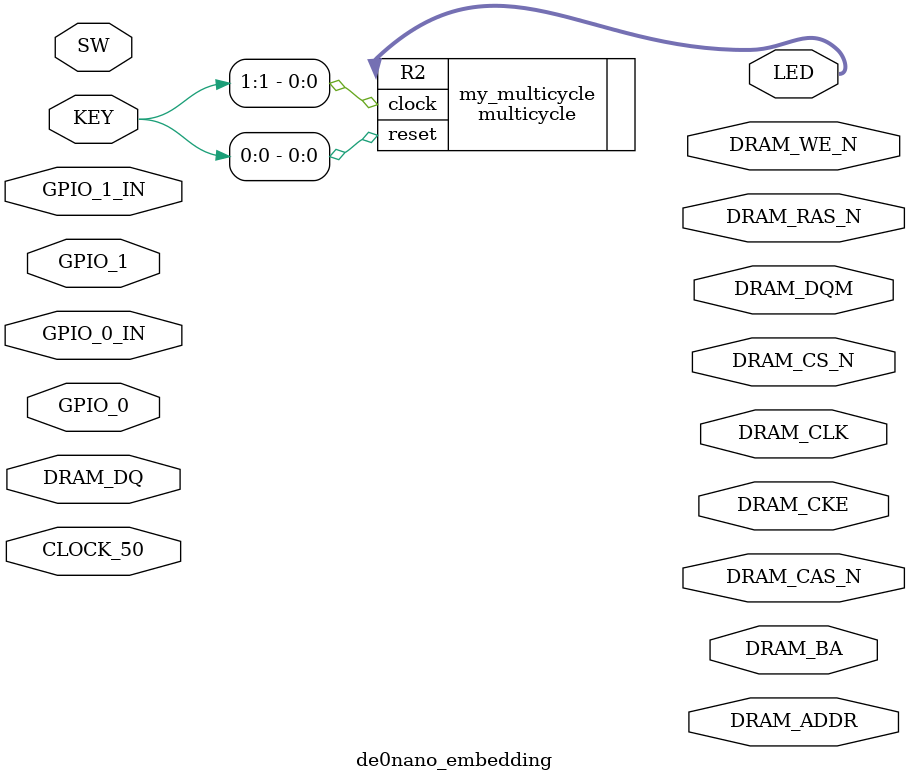
<source format=v>


module de0nano_embedding(

	//////////// CLOCK //////////
	CLOCK_50,

	//////////// LED //////////
	LED,

	//////////// KEY //////////
	KEY,

	//////////// SW //////////
	SW,

	//////////// SDRAM //////////
	DRAM_ADDR,
	DRAM_BA,
	DRAM_CAS_N,
	DRAM_CKE,
	DRAM_CLK,
	DRAM_CS_N,
	DRAM_DQ,
	DRAM_DQM,
	DRAM_RAS_N,
	DRAM_WE_N,

	//////////// GPIO_0, GPIO_0 connect to GPIO Default //////////
	GPIO_0,
	GPIO_0_IN,

	//////////// GPIO_1, GPIO_1 connect to GPIO Default //////////
	GPIO_1,
	GPIO_1_IN 
);

//=======================================================
//  PARAMETER declarations
//=======================================================


//=======================================================
//  PORT declarations
//=======================================================

//////////// CLOCK //////////
input 		          		CLOCK_50;

//////////// LED //////////
output		     [7:0]		LED;

//////////// KEY //////////
input 		     [1:0]		KEY;

//////////// SW //////////
input 		     [3:0]		SW;

//////////// SDRAM //////////
output		    [12:0]		DRAM_ADDR;
output		     [1:0]		DRAM_BA;
output		          		DRAM_CAS_N;
output		          		DRAM_CKE;
output		          		DRAM_CLK;
output		          		DRAM_CS_N;
inout 		    [15:0]		DRAM_DQ;
output		     [1:0]		DRAM_DQM;
output		          		DRAM_RAS_N;
output		          		DRAM_WE_N;

//////////// GPIO_0, GPIO_0 connect to GPIO Default //////////
inout 		    [33:0]		GPIO_0;
input 		     [1:0]		GPIO_0_IN;

//////////// GPIO_1, GPIO_1 connect to GPIO Default //////////
inout 		    [33:0]		GPIO_1;
input 		     [1:0]		GPIO_1_IN;


//=======================================================
//  REG/WIRE declarations
//=======================================================

//=======================================================
//  Structural coding
//=======================================================
multicycle my_multicycle(.reset(KEY[0]), .clock(KEY[1]), .R2(LED[7:0]));


endmodule

</source>
